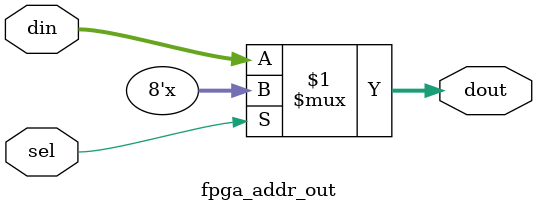
<source format=v>
module fpga_addr_out(sel,din,dout);
    input sel;
    input [7:0] din;
    output [7:0] dout;


assign dout = sel? 8'hzz:din;
endmodule

</source>
